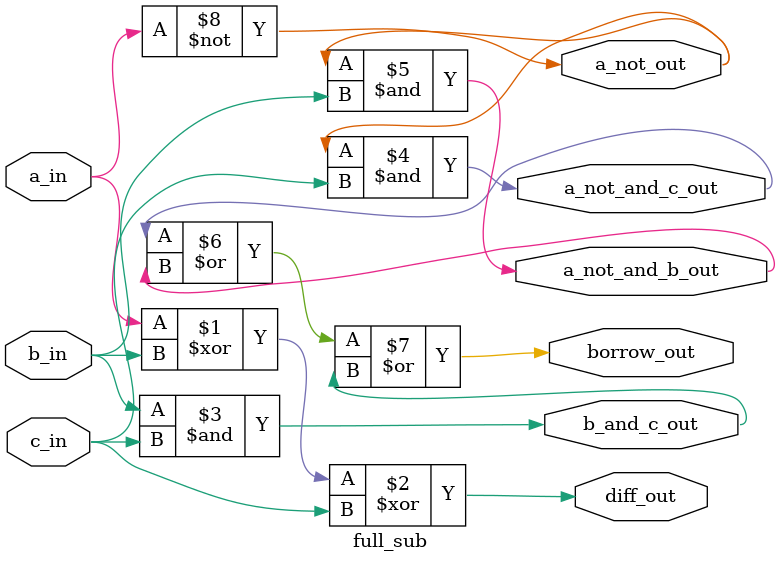
<source format=v>
module full_sub(
    diff_out, borrow_out, a_not_out, a_not_and_c_out, a_not_and_b_out, b_and_c_out,
    a_in, b_in, c_in
);

input a_in, b_in, c_in;
output diff_out, borrow_out, a_not_out, a_not_and_c_out, a_not_and_b_out, b_and_c_out;

xor diff (diff_out, a_in, b_in, c_in);
and and1 (b_and_c_out, b_in, c_in);
not not1 (a_not_out, a_in);
and and2 (a_not_and_c_out, a_not_out, c_in);
and and3 (a_not_and_b_out, a_not_out, b_in);
or  or1  (borrow_out, a_not_and_c_out, a_not_and_b_out, b_and_c_out);

endmodule


</source>
